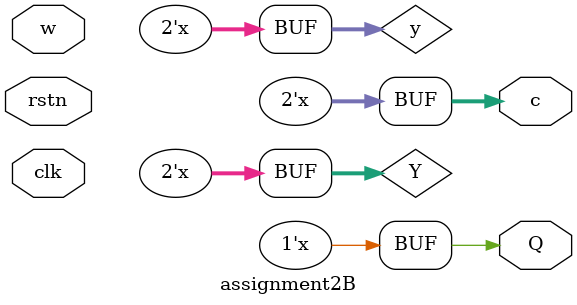
<source format=v>
module assignment2B (clk,rstn,w,Q,c);
input clk, rstn;
input [1:0]w;
output reg Q;
output reg[1:0]c;
reg [1:0]y,Y;
parameter A=2'b00, B=2'b01, C=2'b10, D=2'b11;
always @ (w,y)
	case (y)
		A: if (w[1]==0 && w[0]==0)
			begin
				Q = 0;
				y = A;
				c = 2'b00;
			end
		else if (w[1]==0 && w[0] == 1)
			begin
				Q = 0;
				Y=B;
				c=2'b00;
			end
		else if (w[1]==1 && w[0]==0)
			begin
				Q = 0;
				Y = D;
				c = 2'b00;
			end
	endcase
	
endmodule 
</source>
